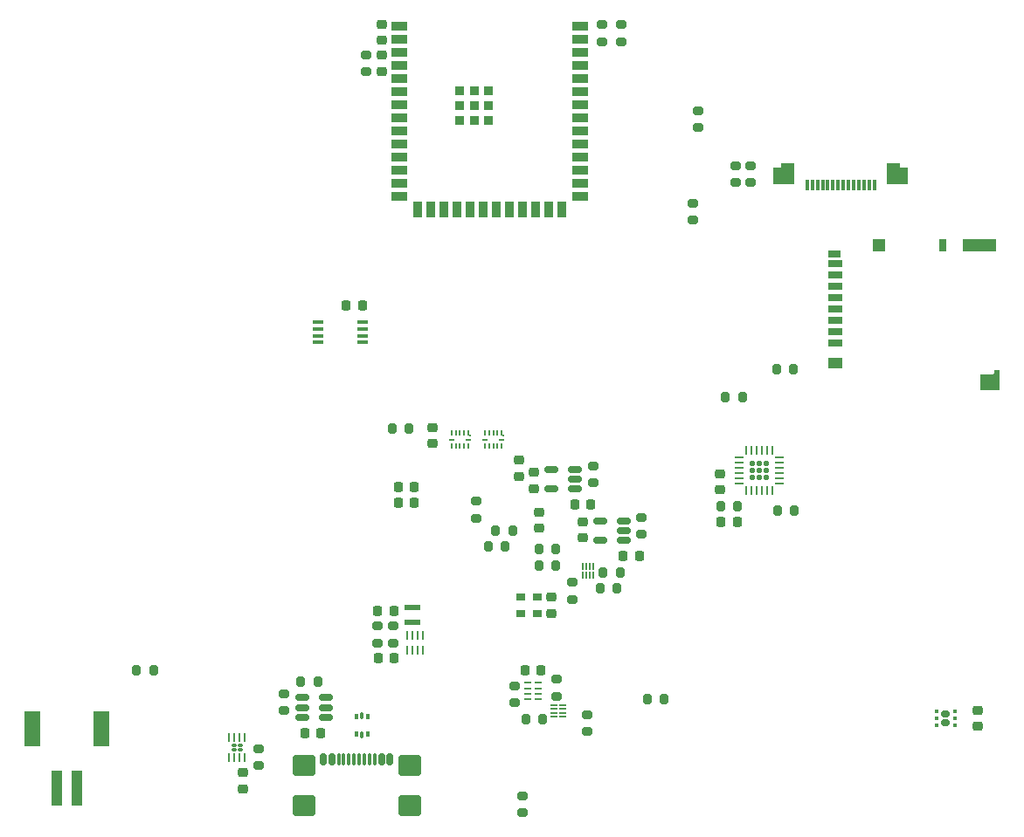
<source format=gbr>
%TF.GenerationSoftware,KiCad,Pcbnew,9.0.6+1*%
%TF.CreationDate,2026-01-21T18:48:11+00:00*%
%TF.ProjectId,Mainboard,4d61696e-626f-4617-9264-2e6b69636164,1.0.1*%
%TF.SameCoordinates,Original*%
%TF.FileFunction,Paste,Top*%
%TF.FilePolarity,Positive*%
%FSLAX46Y46*%
G04 Gerber Fmt 4.6, Leading zero omitted, Abs format (unit mm)*
G04 Created by KiCad (PCBNEW 9.0.6+1) date 2026-01-21 18:48:11*
%MOMM*%
%LPD*%
G01*
G04 APERTURE LIST*
G04 Aperture macros list*
%AMRoundRect*
0 Rectangle with rounded corners*
0 $1 Rounding radius*
0 $2 $3 $4 $5 $6 $7 $8 $9 X,Y pos of 4 corners*
0 Add a 4 corners polygon primitive as box body*
4,1,4,$2,$3,$4,$5,$6,$7,$8,$9,$2,$3,0*
0 Add four circle primitives for the rounded corners*
1,1,$1+$1,$2,$3*
1,1,$1+$1,$4,$5*
1,1,$1+$1,$6,$7*
1,1,$1+$1,$8,$9*
0 Add four rect primitives between the rounded corners*
20,1,$1+$1,$2,$3,$4,$5,0*
20,1,$1+$1,$4,$5,$6,$7,0*
20,1,$1+$1,$6,$7,$8,$9,0*
20,1,$1+$1,$8,$9,$2,$3,0*%
%AMRotRect*
0 Rectangle, with rotation*
0 The origin of the aperture is its center*
0 $1 length*
0 $2 width*
0 $3 Rotation angle, in degrees counterclockwise*
0 Add horizontal line*
21,1,$1,$2,0,0,$3*%
%AMFreePoly0*
4,1,7,1.050000,-0.975000,-0.250000,-0.975000,-0.250000,-0.625000,-1.050000,-0.625000,-1.050000,0.975000,1.050000,0.975000,1.050000,-0.975000,1.050000,-0.975000,$1*%
%AMFreePoly1*
4,1,7,1.050000,-0.625000,0.250000,-0.625000,0.250000,-0.975000,-1.050000,-0.975000,-1.050000,0.975000,1.050000,0.975000,1.050000,-0.625000,1.050000,-0.625000,$1*%
G04 Aperture macros list end*
%ADD10RoundRect,0.225000X0.250000X-0.225000X0.250000X0.225000X-0.250000X0.225000X-0.250000X-0.225000X0*%
%ADD11R,1.100000X0.400000*%
%ADD12RoundRect,0.225000X0.225000X0.250000X-0.225000X0.250000X-0.225000X-0.250000X0.225000X-0.250000X0*%
%ADD13RoundRect,0.200000X-0.200000X-0.275000X0.200000X-0.275000X0.200000X0.275000X-0.200000X0.275000X0*%
%ADD14RoundRect,0.200000X0.275000X-0.200000X0.275000X0.200000X-0.275000X0.200000X-0.275000X-0.200000X0*%
%ADD15RoundRect,0.225000X-0.250000X0.225000X-0.250000X-0.225000X0.250000X-0.225000X0.250000X0.225000X0*%
%ADD16RoundRect,0.200000X-0.275000X0.200000X-0.275000X-0.200000X0.275000X-0.200000X0.275000X0.200000X0*%
%ADD17R,0.850000X0.650000*%
%ADD18RoundRect,0.075000X0.075000X0.475000X-0.075000X0.475000X-0.075000X-0.475000X0.075000X-0.475000X0*%
%ADD19FreePoly0,180.000000*%
%ADD20FreePoly1,180.000000*%
%ADD21RoundRect,0.150000X0.512500X0.150000X-0.512500X0.150000X-0.512500X-0.150000X0.512500X-0.150000X0*%
%ADD22R,0.650000X0.170000*%
%ADD23RoundRect,0.200000X0.200000X0.275000X-0.200000X0.275000X-0.200000X-0.275000X0.200000X-0.275000X0*%
%ADD24RoundRect,0.160000X-0.245000X-0.160000X0.245000X-0.160000X0.245000X0.160000X-0.245000X0.160000X0*%
%ADD25RoundRect,0.093750X-0.093750X-0.106250X0.093750X-0.106250X0.093750X0.106250X-0.093750X0.106250X0*%
%ADD26R,0.170000X0.650000*%
%ADD27RoundRect,0.080000X0.160000X-0.080000X0.160000X0.080000X-0.160000X0.080000X-0.160000X-0.080000X0*%
%ADD28RoundRect,0.062500X0.062500X-0.325000X0.062500X0.325000X-0.062500X0.325000X-0.062500X-0.325000X0*%
%ADD29RoundRect,0.225000X-0.225000X-0.250000X0.225000X-0.250000X0.225000X0.250000X-0.225000X0.250000X0*%
%ADD30RoundRect,0.093750X0.093750X-0.156250X0.093750X0.156250X-0.093750X0.156250X-0.093750X-0.156250X0*%
%ADD31RoundRect,0.075000X0.075000X-0.250000X0.075000X0.250000X-0.075000X0.250000X-0.075000X-0.250000X0*%
%ADD32R,0.700000X0.270000*%
%ADD33RoundRect,0.062500X0.062500X-0.337500X0.062500X0.337500X-0.062500X0.337500X-0.062500X-0.337500X0*%
%ADD34R,0.200000X0.600000*%
%ADD35R,0.250000X0.150000*%
%ADD36R,0.600000X0.200000*%
%ADD37RoundRect,0.140000X0.140000X-0.140000X0.140000X0.140000X-0.140000X0.140000X-0.140000X-0.140000X0*%
%ADD38RoundRect,0.062500X0.062500X-0.375000X0.062500X0.375000X-0.062500X0.375000X-0.062500X-0.375000X0*%
%ADD39RoundRect,0.062500X0.375000X-0.062500X0.375000X0.062500X-0.375000X0.062500X-0.375000X-0.062500X0*%
%ADD40R,0.900000X0.900000*%
%ADD41R,1.500000X0.900000*%
%ADD42R,0.900000X1.500000*%
%ADD43RoundRect,0.137500X0.662500X-0.137500X0.662500X0.137500X-0.662500X0.137500X-0.662500X-0.137500X0*%
%ADD44R,1.000000X3.500000*%
%ADD45R,1.500000X3.400000*%
%ADD46R,1.400000X0.700000*%
%ADD47R,1.200000X0.700000*%
%ADD48R,0.800000X1.200000*%
%ADD49R,1.900000X1.500000*%
%ADD50RotRect,0.200000X0.200000X135.000000*%
%ADD51R,0.500000X0.500000*%
%ADD52R,1.400000X1.000000*%
%ADD53R,1.200000X1.200000*%
%ADD54R,3.200000X1.200000*%
%ADD55RoundRect,0.150000X-0.150000X-0.425000X0.150000X-0.425000X0.150000X0.425000X-0.150000X0.425000X0*%
%ADD56RoundRect,0.075000X-0.075000X-0.500000X0.075000X-0.500000X0.075000X0.500000X-0.075000X0.500000X0*%
%ADD57RoundRect,0.250000X-0.840000X-0.750000X0.840000X-0.750000X0.840000X0.750000X-0.840000X0.750000X0*%
G04 APERTURE END LIST*
D10*
%TO.C,C811*%
X225000000Y-169150000D03*
X225000000Y-167600000D03*
%TD*%
D11*
%TO.C,IC1104*%
X199350000Y-148225000D03*
X199350000Y-148875000D03*
X199350000Y-149525000D03*
X199350000Y-150175000D03*
X203650000Y-150175000D03*
X203650000Y-149525000D03*
X203650000Y-148875000D03*
X203650000Y-148225000D03*
%TD*%
D12*
%TO.C,C806*%
X206700000Y-176225000D03*
X205150000Y-176225000D03*
%TD*%
D13*
%TO.C,R1202*%
X238825000Y-155500000D03*
X240475000Y-155500000D03*
%TD*%
D14*
%TO.C,R1402*%
X241300000Y-134700000D03*
X241300000Y-133050000D03*
%TD*%
D15*
%TO.C,C901*%
X205500000Y-122325000D03*
X205500000Y-123875000D03*
%TD*%
D16*
%TO.C,R805*%
X226000000Y-162150000D03*
X226000000Y-163800000D03*
%TD*%
D17*
%TO.C,Y1001*%
X220575000Y-176500000D03*
X220575000Y-174850000D03*
X219025000Y-174850000D03*
X219025000Y-176500000D03*
%TD*%
D18*
%TO.C,X1401*%
X253250000Y-134900000D03*
X252750000Y-134900000D03*
X252250000Y-134900000D03*
X251750000Y-134900000D03*
X251250000Y-134900000D03*
X250750000Y-134900000D03*
X250250000Y-134900000D03*
X249750000Y-134900000D03*
X249250000Y-134900000D03*
X248750000Y-134900000D03*
X248250000Y-134900000D03*
X247750000Y-134900000D03*
X247250000Y-134900000D03*
X246750000Y-134900000D03*
D19*
X255500000Y-133775000D03*
D20*
X244500000Y-133775000D03*
%TD*%
D12*
%TO.C,C1101*%
X239975000Y-167600000D03*
X238425000Y-167600000D03*
%TD*%
D21*
%TO.C,IC804*%
X224275000Y-164375000D03*
X224275000Y-163425000D03*
X224275000Y-162475000D03*
X222000000Y-162475000D03*
X222000000Y-164375000D03*
%TD*%
D22*
%TO.C,IC1103*%
X223024999Y-186450000D03*
X223025000Y-186100000D03*
X223025000Y-185750000D03*
X223024999Y-185400000D03*
X222175001Y-185400000D03*
X222175000Y-185750000D03*
X222175000Y-186100000D03*
X222175001Y-186450000D03*
%TD*%
D14*
%TO.C,R1110*%
X218400000Y-185125000D03*
X218400000Y-183475000D03*
%TD*%
D10*
%TO.C,C1003*%
X222000000Y-176450000D03*
X222000000Y-174900000D03*
%TD*%
D23*
%TO.C,R1006*%
X228625000Y-172500000D03*
X226975000Y-172500000D03*
%TD*%
D16*
%TO.C,R902*%
X224000000Y-173475000D03*
X224000000Y-175125000D03*
%TD*%
D23*
%TO.C,R704*%
X199330000Y-183100000D03*
X197680000Y-183100000D03*
%TD*%
D24*
%TO.C,IC1102*%
X260187500Y-186250000D03*
X260187500Y-187050000D03*
D25*
X259300000Y-186000000D03*
X259300000Y-186650000D03*
X259300000Y-187300000D03*
X261075000Y-187300000D03*
X261075000Y-186650000D03*
X261075000Y-186000000D03*
%TD*%
D13*
%TO.C,R1203*%
X243775000Y-152800000D03*
X245425000Y-152800000D03*
%TD*%
D15*
%TO.C,C1103*%
X263300000Y-185875000D03*
X263300000Y-187425000D03*
%TD*%
D23*
%TO.C,R1003*%
X222425000Y-171800000D03*
X220775000Y-171800000D03*
%TD*%
D14*
%TO.C,R1403*%
X239800000Y-134700000D03*
X239800000Y-133050000D03*
%TD*%
D10*
%TO.C,C810*%
X220300000Y-164350000D03*
X220300000Y-162800000D03*
%TD*%
D23*
%TO.C,R1001*%
X222425000Y-170250000D03*
X220775000Y-170250000D03*
%TD*%
D13*
%TO.C,R1112*%
X243870000Y-166500000D03*
X245520000Y-166500000D03*
%TD*%
%TO.C,R901*%
X226700000Y-174000000D03*
X228350000Y-174000000D03*
%TD*%
D26*
%TO.C,IC1002*%
X226050000Y-171950002D03*
X225700000Y-171950001D03*
X225350000Y-171950001D03*
X225000000Y-171950002D03*
X225000000Y-172800000D03*
X225350000Y-172800001D03*
X225700000Y-172800001D03*
X226050000Y-172800000D03*
%TD*%
D23*
%TO.C,R1004*%
X218225000Y-168450000D03*
X216575000Y-168450000D03*
%TD*%
D14*
%TO.C,R1111*%
X222500000Y-184525000D03*
X222500000Y-182875000D03*
%TD*%
D16*
%TO.C,R806*%
X230700000Y-167150000D03*
X230700000Y-168800000D03*
%TD*%
D27*
%TO.C,IC703*%
X191200000Y-189699999D03*
X191800000Y-189699999D03*
X191200000Y-189300001D03*
X191800000Y-189300001D03*
D28*
X190750000Y-190487500D03*
X191250000Y-190487500D03*
X191750000Y-190487500D03*
X192250000Y-190487500D03*
X192250000Y-188512500D03*
X191750000Y-188512500D03*
X191250000Y-188512500D03*
X190750000Y-188512500D03*
%TD*%
D29*
%TO.C,C808*%
X228925000Y-170875000D03*
X230475000Y-170875000D03*
%TD*%
D30*
%TO.C,IC701*%
X203067500Y-188150000D03*
D31*
X203605000Y-188225000D03*
D30*
X204142500Y-188150000D03*
X204142500Y-186450000D03*
D31*
X203605000Y-186375000D03*
D30*
X203067500Y-186450000D03*
%TD*%
D23*
%TO.C,R1005*%
X217475000Y-170000000D03*
X215825000Y-170000000D03*
%TD*%
D29*
%TO.C,C701*%
X198055000Y-188100000D03*
X199605000Y-188100000D03*
%TD*%
D13*
%TO.C,R807*%
X206550000Y-158500000D03*
X208200000Y-158500000D03*
%TD*%
%TO.C,R1108*%
X231250000Y-184800000D03*
X232900000Y-184800000D03*
%TD*%
D32*
%TO.C,IC1105*%
X220700000Y-184810000D03*
X220700000Y-184270000D03*
X220700000Y-183730000D03*
X220700000Y-183190000D03*
X219700000Y-183190000D03*
X219700000Y-183730000D03*
X219700000Y-184270000D03*
X219700000Y-184810000D03*
%TD*%
D33*
%TO.C,IC801*%
X207979999Y-180025000D03*
X208480000Y-180025000D03*
X208980000Y-180025000D03*
X209480001Y-180025000D03*
X209480001Y-178575000D03*
X208980000Y-178575000D03*
X208480000Y-178575000D03*
X207979999Y-178575000D03*
%TD*%
D16*
%TO.C,R1401*%
X236200000Y-127675000D03*
X236200000Y-129325000D03*
%TD*%
%TO.C,R903*%
X204000000Y-122275000D03*
X204000000Y-123925000D03*
%TD*%
D10*
%TO.C,C902*%
X205500000Y-120875000D03*
X205500000Y-119325000D03*
%TD*%
D12*
%TO.C,C1104*%
X203650000Y-146600000D03*
X202100000Y-146600000D03*
%TD*%
D16*
%TO.C,R1107*%
X225400000Y-186300000D03*
X225400000Y-187950000D03*
%TD*%
D34*
%TO.C,IC1001*%
X213900001Y-158950000D03*
D35*
X214075001Y-159175000D03*
D34*
X213500001Y-158950000D03*
X213100001Y-158950000D03*
X212700001Y-158950000D03*
X212300001Y-158950000D03*
D36*
X212300001Y-159600000D03*
D34*
X212300001Y-160250000D03*
X212700001Y-160250000D03*
X213100001Y-160250000D03*
X213500001Y-160250000D03*
X213900001Y-160250000D03*
D36*
X213900001Y-159600000D03*
%TD*%
D14*
%TO.C,R1102*%
X226900000Y-121025000D03*
X226900000Y-119375000D03*
%TD*%
D16*
%TO.C,R1002*%
X214650000Y-165575000D03*
X214650000Y-167225000D03*
%TD*%
D14*
%TO.C,R1404*%
X228700000Y-121025000D03*
X228700000Y-119375000D03*
%TD*%
D37*
%TO.C,IC1101*%
X241400000Y-163300000D03*
X242100000Y-163300000D03*
X242800000Y-163300000D03*
X241400000Y-162600000D03*
X242100000Y-162600000D03*
X242800000Y-162600000D03*
X241400000Y-161900000D03*
X242100000Y-161900000D03*
X242800000Y-161900000D03*
D38*
X240850000Y-164537500D03*
X241350000Y-164537499D03*
X241850000Y-164537500D03*
X242350000Y-164537500D03*
X242850000Y-164537499D03*
X243350000Y-164537500D03*
D39*
X244037500Y-163850000D03*
X244037499Y-163350000D03*
X244037500Y-162850000D03*
X244037500Y-162350000D03*
X244037499Y-161850000D03*
X244037500Y-161350000D03*
D38*
X243350000Y-160662500D03*
X242850000Y-160662501D03*
X242350000Y-160662500D03*
X241850000Y-160662500D03*
X241350000Y-160662501D03*
X240850000Y-160662500D03*
D39*
X240162500Y-161350000D03*
X240162501Y-161850000D03*
X240162500Y-162350000D03*
X240162500Y-162850000D03*
X240162501Y-163350000D03*
X240162500Y-163850000D03*
%TD*%
D10*
%TO.C,C809*%
X210475000Y-159975000D03*
X210475000Y-158425000D03*
%TD*%
D40*
%TO.C,M901*%
X213100000Y-125810000D03*
X213100000Y-127210000D03*
X213100000Y-128610000D03*
X214500000Y-125810000D03*
X214500000Y-127210000D03*
X214500000Y-128610000D03*
X215900000Y-125810000D03*
X215900000Y-127210000D03*
X215900000Y-128610000D03*
D41*
X207250000Y-119490000D03*
X207250000Y-120760000D03*
X207250000Y-122030000D03*
X207250000Y-123300000D03*
X207250000Y-124570000D03*
X207250000Y-125840000D03*
X207250000Y-127110000D03*
X207250000Y-128380000D03*
X207250000Y-129650000D03*
X207250000Y-130920000D03*
X207250000Y-132190000D03*
X207250000Y-133460000D03*
X207250000Y-134730000D03*
X207250000Y-136000000D03*
D42*
X209015000Y-137250000D03*
X210285000Y-137250000D03*
X211555000Y-137250000D03*
X212825000Y-137250000D03*
X214095000Y-137250000D03*
X215365000Y-137250000D03*
X216635000Y-137250000D03*
X217905000Y-137250000D03*
X219175000Y-137250000D03*
X220445000Y-137250000D03*
X221715000Y-137250000D03*
X222985000Y-137250000D03*
D41*
X224750000Y-136000000D03*
X224750000Y-134730000D03*
X224750000Y-133460000D03*
X224750000Y-132190000D03*
X224750000Y-130920000D03*
X224750000Y-129650000D03*
X224750000Y-128380000D03*
X224750000Y-127110000D03*
X224750000Y-125840000D03*
X224750000Y-124570000D03*
X224750000Y-123300000D03*
X224750000Y-122030000D03*
X224750000Y-120760000D03*
X224750000Y-119490000D03*
%TD*%
D29*
%TO.C,C1105*%
X219425000Y-182000000D03*
X220975000Y-182000000D03*
%TD*%
D16*
%TO.C,R808*%
X219200000Y-194175000D03*
X219200000Y-195825000D03*
%TD*%
D12*
%TO.C,C812*%
X208675000Y-164200000D03*
X207125000Y-164200000D03*
%TD*%
D16*
%TO.C,R1405*%
X235700000Y-136650000D03*
X235700000Y-138300000D03*
%TD*%
D43*
%TO.C,L801*%
X208525000Y-177349999D03*
X208525000Y-175900001D03*
%TD*%
D12*
%TO.C,C1002*%
X208675000Y-165750000D03*
X207125000Y-165750000D03*
%TD*%
D15*
%TO.C,C1001*%
X220800000Y-166625000D03*
X220800000Y-168175000D03*
%TD*%
%TO.C,C703*%
X192105000Y-191925000D03*
X192105000Y-193475000D03*
%TD*%
D34*
%TO.C,IC1003*%
X217150000Y-158950000D03*
D35*
X217325000Y-159175000D03*
D34*
X216750000Y-158950000D03*
X216350000Y-158950000D03*
X215950000Y-158950000D03*
X215550000Y-158950000D03*
D36*
X215550000Y-159600000D03*
D34*
X215550000Y-160250000D03*
X215950000Y-160250000D03*
X216350000Y-160250000D03*
X216750000Y-160250000D03*
X217150000Y-160250000D03*
D36*
X217150000Y-159600000D03*
%TD*%
D16*
%TO.C,R803*%
X206650000Y-177675000D03*
X206650000Y-179325000D03*
%TD*%
D23*
%TO.C,R1101*%
X240025000Y-166100000D03*
X238375000Y-166100000D03*
%TD*%
D15*
%TO.C,C1102*%
X238300000Y-162925000D03*
X238300000Y-164475000D03*
%TD*%
D14*
%TO.C,R703*%
X196054999Y-185925000D03*
X196054999Y-184275000D03*
%TD*%
D12*
%TO.C,C801*%
X206750000Y-180775000D03*
X205200000Y-180775000D03*
%TD*%
D44*
%TO.C,X702*%
X176000000Y-193450000D03*
X174000000Y-193450000D03*
D45*
X178350000Y-187700000D03*
X171650000Y-187700000D03*
%TD*%
D10*
%TO.C,C1004*%
X218800000Y-163175000D03*
X218800000Y-161625000D03*
%TD*%
D16*
%TO.C,R710*%
X193600000Y-189575000D03*
X193600000Y-191225000D03*
%TD*%
D14*
%TO.C,R804*%
X205150000Y-179325000D03*
X205150000Y-177675000D03*
%TD*%
D46*
%TO.C,X1301*%
X249475000Y-150275000D03*
X249475000Y-149175000D03*
X249475000Y-148075000D03*
X249475000Y-146975000D03*
X249475000Y-145875000D03*
X249475000Y-144775000D03*
X249475000Y-143675000D03*
X249475000Y-142575000D03*
D47*
X249375000Y-141625000D03*
D48*
X259875000Y-140775000D03*
D49*
X264475000Y-154075000D03*
D50*
X264925000Y-153325000D03*
D51*
X265175000Y-153075000D03*
D52*
X249475000Y-152175000D03*
D53*
X253675000Y-140775000D03*
D54*
X263475000Y-140775000D03*
%TD*%
D23*
%TO.C,TH701*%
X183399999Y-182000000D03*
X181749999Y-182000000D03*
%TD*%
D55*
%TO.C,X701*%
X199900000Y-190620000D03*
X200700000Y-190620000D03*
D56*
X201850000Y-190620000D03*
X202850000Y-190620000D03*
X203350000Y-190620000D03*
X204350000Y-190620000D03*
D55*
X205500000Y-190620000D03*
X206300000Y-190620000D03*
X206300000Y-190620000D03*
X205500000Y-190620000D03*
D56*
X204850000Y-190620000D03*
X203850000Y-190620000D03*
X202350000Y-190620000D03*
X201350000Y-190620000D03*
D55*
X200700000Y-190620000D03*
X199900000Y-190620000D03*
D57*
X197990000Y-191195000D03*
X197990000Y-195125000D03*
X208210000Y-191195000D03*
X208210000Y-195125000D03*
%TD*%
D29*
%TO.C,C807*%
X224225000Y-165875000D03*
X225775000Y-165875000D03*
%TD*%
D13*
%TO.C,R1109*%
X219475000Y-186700000D03*
X221125000Y-186700000D03*
%TD*%
D21*
%TO.C,IC702*%
X200137500Y-186549999D03*
X200137500Y-185600000D03*
X200137500Y-184650001D03*
X197862500Y-184650001D03*
X197862500Y-185600000D03*
X197862500Y-186549999D03*
%TD*%
%TO.C,IC805*%
X228975000Y-169375001D03*
X228975000Y-168425001D03*
X228975000Y-167475001D03*
X226700000Y-167475001D03*
X226700000Y-169375001D03*
%TD*%
M02*

</source>
